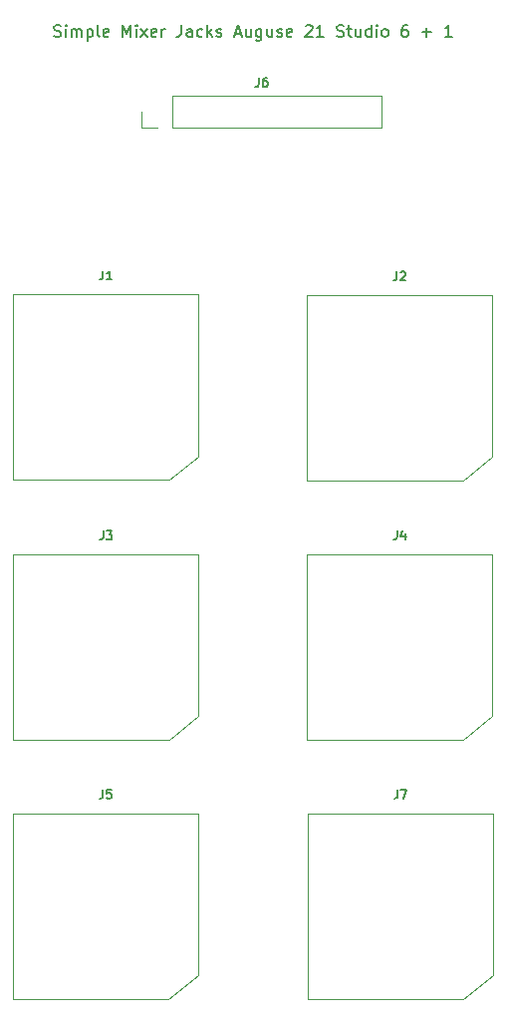
<source format=gbr>
%TF.GenerationSoftware,KiCad,Pcbnew,(5.1.9)-1*%
%TF.CreationDate,2021-08-22T21:38:48+01:00*%
%TF.ProjectId,Simple mixer jack panel,53696d70-6c65-4206-9d69-786572206a61,rev?*%
%TF.SameCoordinates,Original*%
%TF.FileFunction,Legend,Top*%
%TF.FilePolarity,Positive*%
%FSLAX46Y46*%
G04 Gerber Fmt 4.6, Leading zero omitted, Abs format (unit mm)*
G04 Created by KiCad (PCBNEW (5.1.9)-1) date 2021-08-22 21:38:48*
%MOMM*%
%LPD*%
G01*
G04 APERTURE LIST*
%ADD10C,0.150000*%
%ADD11C,0.120000*%
G04 APERTURE END LIST*
D10*
X24605238Y-46326600D02*
X24748095Y-46374219D01*
X24986190Y-46374219D01*
X25081428Y-46326600D01*
X25129047Y-46278981D01*
X25176666Y-46183743D01*
X25176666Y-46088505D01*
X25129047Y-45993267D01*
X25081428Y-45945648D01*
X24986190Y-45898029D01*
X24795714Y-45850410D01*
X24700476Y-45802791D01*
X24652857Y-45755172D01*
X24605238Y-45659934D01*
X24605238Y-45564696D01*
X24652857Y-45469458D01*
X24700476Y-45421839D01*
X24795714Y-45374219D01*
X25033809Y-45374219D01*
X25176666Y-45421839D01*
X25605238Y-46374219D02*
X25605238Y-45707553D01*
X25605238Y-45374219D02*
X25557619Y-45421839D01*
X25605238Y-45469458D01*
X25652857Y-45421839D01*
X25605238Y-45374219D01*
X25605238Y-45469458D01*
X26081428Y-46374219D02*
X26081428Y-45707553D01*
X26081428Y-45802791D02*
X26129047Y-45755172D01*
X26224285Y-45707553D01*
X26367142Y-45707553D01*
X26462380Y-45755172D01*
X26510000Y-45850410D01*
X26510000Y-46374219D01*
X26510000Y-45850410D02*
X26557619Y-45755172D01*
X26652857Y-45707553D01*
X26795714Y-45707553D01*
X26890952Y-45755172D01*
X26938571Y-45850410D01*
X26938571Y-46374219D01*
X27414761Y-45707553D02*
X27414761Y-46707553D01*
X27414761Y-45755172D02*
X27510000Y-45707553D01*
X27700476Y-45707553D01*
X27795714Y-45755172D01*
X27843333Y-45802791D01*
X27890952Y-45898029D01*
X27890952Y-46183743D01*
X27843333Y-46278981D01*
X27795714Y-46326600D01*
X27700476Y-46374219D01*
X27510000Y-46374219D01*
X27414761Y-46326600D01*
X28462380Y-46374219D02*
X28367142Y-46326600D01*
X28319523Y-46231362D01*
X28319523Y-45374219D01*
X29224285Y-46326600D02*
X29129047Y-46374219D01*
X28938571Y-46374219D01*
X28843333Y-46326600D01*
X28795714Y-46231362D01*
X28795714Y-45850410D01*
X28843333Y-45755172D01*
X28938571Y-45707553D01*
X29129047Y-45707553D01*
X29224285Y-45755172D01*
X29271904Y-45850410D01*
X29271904Y-45945648D01*
X28795714Y-46040886D01*
X30462380Y-46374219D02*
X30462380Y-45374219D01*
X30795714Y-46088505D01*
X31129047Y-45374219D01*
X31129047Y-46374219D01*
X31605238Y-46374219D02*
X31605238Y-45707553D01*
X31605238Y-45374219D02*
X31557619Y-45421839D01*
X31605238Y-45469458D01*
X31652857Y-45421839D01*
X31605238Y-45374219D01*
X31605238Y-45469458D01*
X31986190Y-46374219D02*
X32509999Y-45707553D01*
X31986190Y-45707553D02*
X32509999Y-46374219D01*
X33271904Y-46326600D02*
X33176666Y-46374219D01*
X32986190Y-46374219D01*
X32890952Y-46326600D01*
X32843333Y-46231362D01*
X32843333Y-45850410D01*
X32890952Y-45755172D01*
X32986190Y-45707553D01*
X33176666Y-45707553D01*
X33271904Y-45755172D01*
X33319523Y-45850410D01*
X33319523Y-45945648D01*
X32843333Y-46040886D01*
X33748095Y-46374219D02*
X33748095Y-45707553D01*
X33748095Y-45898029D02*
X33795714Y-45802791D01*
X33843333Y-45755172D01*
X33938571Y-45707553D01*
X34033809Y-45707553D01*
X35414761Y-45374219D02*
X35414761Y-46088505D01*
X35367142Y-46231362D01*
X35271904Y-46326600D01*
X35129047Y-46374219D01*
X35033809Y-46374219D01*
X36319523Y-46374219D02*
X36319523Y-45850410D01*
X36271904Y-45755172D01*
X36176666Y-45707553D01*
X35986190Y-45707553D01*
X35890952Y-45755172D01*
X36319523Y-46326600D02*
X36224285Y-46374219D01*
X35986190Y-46374219D01*
X35890952Y-46326600D01*
X35843333Y-46231362D01*
X35843333Y-46136124D01*
X35890952Y-46040886D01*
X35986190Y-45993267D01*
X36224285Y-45993267D01*
X36319523Y-45945648D01*
X37224285Y-46326600D02*
X37129047Y-46374219D01*
X36938571Y-46374219D01*
X36843333Y-46326600D01*
X36795714Y-46278981D01*
X36748095Y-46183743D01*
X36748095Y-45898029D01*
X36795714Y-45802791D01*
X36843333Y-45755172D01*
X36938571Y-45707553D01*
X37129047Y-45707553D01*
X37224285Y-45755172D01*
X37652857Y-46374219D02*
X37652857Y-45374219D01*
X37748095Y-45993267D02*
X38033809Y-46374219D01*
X38033809Y-45707553D02*
X37652857Y-46088505D01*
X38414761Y-46326600D02*
X38509999Y-46374219D01*
X38700476Y-46374219D01*
X38795714Y-46326600D01*
X38843333Y-46231362D01*
X38843333Y-46183743D01*
X38795714Y-46088505D01*
X38700476Y-46040886D01*
X38557619Y-46040886D01*
X38462380Y-45993267D01*
X38414761Y-45898029D01*
X38414761Y-45850410D01*
X38462380Y-45755172D01*
X38557619Y-45707553D01*
X38700476Y-45707553D01*
X38795714Y-45755172D01*
X39986190Y-46088505D02*
X40462380Y-46088505D01*
X39890952Y-46374219D02*
X40224285Y-45374219D01*
X40557619Y-46374219D01*
X41319523Y-45707553D02*
X41319523Y-46374219D01*
X40890952Y-45707553D02*
X40890952Y-46231362D01*
X40938571Y-46326600D01*
X41033809Y-46374219D01*
X41176666Y-46374219D01*
X41271904Y-46326600D01*
X41319523Y-46278981D01*
X42224285Y-45707553D02*
X42224285Y-46517077D01*
X42176666Y-46612315D01*
X42129047Y-46659934D01*
X42033809Y-46707553D01*
X41890952Y-46707553D01*
X41795714Y-46659934D01*
X42224285Y-46326600D02*
X42129047Y-46374219D01*
X41938571Y-46374219D01*
X41843333Y-46326600D01*
X41795714Y-46278981D01*
X41748095Y-46183743D01*
X41748095Y-45898029D01*
X41795714Y-45802791D01*
X41843333Y-45755172D01*
X41938571Y-45707553D01*
X42129047Y-45707553D01*
X42224285Y-45755172D01*
X43129047Y-45707553D02*
X43129047Y-46374219D01*
X42700476Y-45707553D02*
X42700476Y-46231362D01*
X42748095Y-46326600D01*
X42843333Y-46374219D01*
X42986190Y-46374219D01*
X43081428Y-46326600D01*
X43129047Y-46278981D01*
X43557619Y-46326600D02*
X43652857Y-46374219D01*
X43843333Y-46374219D01*
X43938571Y-46326600D01*
X43986190Y-46231362D01*
X43986190Y-46183743D01*
X43938571Y-46088505D01*
X43843333Y-46040886D01*
X43700476Y-46040886D01*
X43605238Y-45993267D01*
X43557619Y-45898029D01*
X43557619Y-45850410D01*
X43605238Y-45755172D01*
X43700476Y-45707553D01*
X43843333Y-45707553D01*
X43938571Y-45755172D01*
X44795714Y-46326600D02*
X44700476Y-46374219D01*
X44509999Y-46374219D01*
X44414761Y-46326600D01*
X44367142Y-46231362D01*
X44367142Y-45850410D01*
X44414761Y-45755172D01*
X44509999Y-45707553D01*
X44700476Y-45707553D01*
X44795714Y-45755172D01*
X44843333Y-45850410D01*
X44843333Y-45945648D01*
X44367142Y-46040886D01*
X45986190Y-45469458D02*
X46033809Y-45421839D01*
X46129047Y-45374219D01*
X46367142Y-45374219D01*
X46462380Y-45421839D01*
X46509999Y-45469458D01*
X46557619Y-45564696D01*
X46557619Y-45659934D01*
X46509999Y-45802791D01*
X45938571Y-46374219D01*
X46557619Y-46374219D01*
X47509999Y-46374219D02*
X46938571Y-46374219D01*
X47224285Y-46374219D02*
X47224285Y-45374219D01*
X47129047Y-45517077D01*
X47033809Y-45612315D01*
X46938571Y-45659934D01*
X48652857Y-46326600D02*
X48795714Y-46374219D01*
X49033809Y-46374219D01*
X49129047Y-46326600D01*
X49176666Y-46278981D01*
X49224285Y-46183743D01*
X49224285Y-46088505D01*
X49176666Y-45993267D01*
X49129047Y-45945648D01*
X49033809Y-45898029D01*
X48843333Y-45850410D01*
X48748095Y-45802791D01*
X48700476Y-45755172D01*
X48652857Y-45659934D01*
X48652857Y-45564696D01*
X48700476Y-45469458D01*
X48748095Y-45421839D01*
X48843333Y-45374219D01*
X49081428Y-45374219D01*
X49224285Y-45421839D01*
X49509999Y-45707553D02*
X49890952Y-45707553D01*
X49652857Y-45374219D02*
X49652857Y-46231362D01*
X49700476Y-46326600D01*
X49795714Y-46374219D01*
X49890952Y-46374219D01*
X50652857Y-45707553D02*
X50652857Y-46374219D01*
X50224285Y-45707553D02*
X50224285Y-46231362D01*
X50271904Y-46326600D01*
X50367142Y-46374219D01*
X50509999Y-46374219D01*
X50605238Y-46326600D01*
X50652857Y-46278981D01*
X51557619Y-46374219D02*
X51557619Y-45374219D01*
X51557619Y-46326600D02*
X51462380Y-46374219D01*
X51271904Y-46374219D01*
X51176666Y-46326600D01*
X51129047Y-46278981D01*
X51081428Y-46183743D01*
X51081428Y-45898029D01*
X51129047Y-45802791D01*
X51176666Y-45755172D01*
X51271904Y-45707553D01*
X51462380Y-45707553D01*
X51557619Y-45755172D01*
X52033809Y-46374219D02*
X52033809Y-45707553D01*
X52033809Y-45374219D02*
X51986190Y-45421839D01*
X52033809Y-45469458D01*
X52081428Y-45421839D01*
X52033809Y-45374219D01*
X52033809Y-45469458D01*
X52652857Y-46374219D02*
X52557619Y-46326600D01*
X52509999Y-46278981D01*
X52462380Y-46183743D01*
X52462380Y-45898029D01*
X52509999Y-45802791D01*
X52557619Y-45755172D01*
X52652857Y-45707553D01*
X52795714Y-45707553D01*
X52890952Y-45755172D01*
X52938571Y-45802791D01*
X52986190Y-45898029D01*
X52986190Y-46183743D01*
X52938571Y-46278981D01*
X52890952Y-46326600D01*
X52795714Y-46374219D01*
X52652857Y-46374219D01*
X54605238Y-45374219D02*
X54414761Y-45374219D01*
X54319523Y-45421839D01*
X54271904Y-45469458D01*
X54176666Y-45612315D01*
X54129047Y-45802791D01*
X54129047Y-46183743D01*
X54176666Y-46278981D01*
X54224285Y-46326600D01*
X54319523Y-46374219D01*
X54509999Y-46374219D01*
X54605238Y-46326600D01*
X54652857Y-46278981D01*
X54700476Y-46183743D01*
X54700476Y-45945648D01*
X54652857Y-45850410D01*
X54605238Y-45802791D01*
X54509999Y-45755172D01*
X54319523Y-45755172D01*
X54224285Y-45802791D01*
X54176666Y-45850410D01*
X54129047Y-45945648D01*
X55890952Y-45993267D02*
X56652857Y-45993267D01*
X56271904Y-46374219D02*
X56271904Y-45612315D01*
X58414761Y-46374219D02*
X57843333Y-46374219D01*
X58129047Y-46374219D02*
X58129047Y-45374219D01*
X58033809Y-45517077D01*
X57938571Y-45612315D01*
X57843333Y-45659934D01*
D11*
%TO.C,J1*%
X34360000Y-84000000D02*
X21110000Y-84000000D01*
X36860000Y-68250000D02*
X36860000Y-81950000D01*
X36860000Y-81950000D02*
X36860000Y-82000000D01*
X21110000Y-68250000D02*
X36860000Y-68250000D01*
X21110000Y-84000000D02*
X21110000Y-68250000D01*
X36860000Y-82000000D02*
X34360000Y-84000000D01*
%TO.C,J2*%
X61840000Y-82050000D02*
X59340000Y-84050000D01*
X46090000Y-84050000D02*
X46090000Y-68300000D01*
X46090000Y-68300000D02*
X61840000Y-68300000D01*
X61840000Y-82000000D02*
X61840000Y-82050000D01*
X61840000Y-68300000D02*
X61840000Y-82000000D01*
X59340000Y-84050000D02*
X46090000Y-84050000D01*
%TO.C,J3*%
X34380000Y-106070000D02*
X21130000Y-106070000D01*
X36880000Y-90320000D02*
X36880000Y-104020000D01*
X36880000Y-104020000D02*
X36880000Y-104070000D01*
X21130000Y-90320000D02*
X36880000Y-90320000D01*
X21130000Y-106070000D02*
X21130000Y-90320000D01*
X36880000Y-104070000D02*
X34380000Y-106070000D01*
%TO.C,J4*%
X61850000Y-104060000D02*
X59350000Y-106060000D01*
X46100000Y-106060000D02*
X46100000Y-90310000D01*
X46100000Y-90310000D02*
X61850000Y-90310000D01*
X61850000Y-104010000D02*
X61850000Y-104060000D01*
X61850000Y-90310000D02*
X61850000Y-104010000D01*
X59350000Y-106060000D02*
X46100000Y-106060000D01*
%TO.C,J5*%
X34340000Y-128060000D02*
X21090000Y-128060000D01*
X36840000Y-112310000D02*
X36840000Y-126010000D01*
X36840000Y-126010000D02*
X36840000Y-126060000D01*
X21090000Y-112310000D02*
X36840000Y-112310000D01*
X21090000Y-128060000D02*
X21090000Y-112310000D01*
X36840000Y-126060000D02*
X34340000Y-128060000D01*
%TO.C,J6*%
X32030000Y-54060000D02*
X32030000Y-52730000D01*
X33360000Y-54060000D02*
X32030000Y-54060000D01*
X34630000Y-54060000D02*
X34630000Y-51400000D01*
X34630000Y-51400000D02*
X52470000Y-51400000D01*
X34630000Y-54060000D02*
X52470000Y-54060000D01*
X52470000Y-54060000D02*
X52470000Y-51400000D01*
%TO.C,J7*%
X61890000Y-126070000D02*
X59390000Y-128070000D01*
X46140000Y-128070000D02*
X46140000Y-112320000D01*
X46140000Y-112320000D02*
X61890000Y-112320000D01*
X61890000Y-126020000D02*
X61890000Y-126070000D01*
X61890000Y-112320000D02*
X61890000Y-126020000D01*
X59390000Y-128070000D02*
X46140000Y-128070000D01*
%TO.C,J1*%
D10*
X28760000Y-66239285D02*
X28760000Y-66775000D01*
X28724285Y-66882142D01*
X28652857Y-66953571D01*
X28545714Y-66989285D01*
X28474285Y-66989285D01*
X29510000Y-66989285D02*
X29081428Y-66989285D01*
X29295714Y-66989285D02*
X29295714Y-66239285D01*
X29224285Y-66346428D01*
X29152857Y-66417857D01*
X29081428Y-66453571D01*
%TO.C,J2*%
X53740000Y-66289285D02*
X53740000Y-66825000D01*
X53704285Y-66932142D01*
X53632857Y-67003571D01*
X53525714Y-67039285D01*
X53454285Y-67039285D01*
X54061428Y-66360714D02*
X54097142Y-66325000D01*
X54168571Y-66289285D01*
X54347142Y-66289285D01*
X54418571Y-66325000D01*
X54454285Y-66360714D01*
X54490000Y-66432142D01*
X54490000Y-66503571D01*
X54454285Y-66610714D01*
X54025714Y-67039285D01*
X54490000Y-67039285D01*
%TO.C,J3*%
X28780000Y-88309285D02*
X28780000Y-88845000D01*
X28744285Y-88952142D01*
X28672857Y-89023571D01*
X28565714Y-89059285D01*
X28494285Y-89059285D01*
X29065714Y-88309285D02*
X29530000Y-88309285D01*
X29280000Y-88595000D01*
X29387142Y-88595000D01*
X29458571Y-88630714D01*
X29494285Y-88666428D01*
X29530000Y-88737857D01*
X29530000Y-88916428D01*
X29494285Y-88987857D01*
X29458571Y-89023571D01*
X29387142Y-89059285D01*
X29172857Y-89059285D01*
X29101428Y-89023571D01*
X29065714Y-88987857D01*
%TO.C,J4*%
X53750000Y-88299285D02*
X53750000Y-88835000D01*
X53714285Y-88942142D01*
X53642857Y-89013571D01*
X53535714Y-89049285D01*
X53464285Y-89049285D01*
X54428571Y-88549285D02*
X54428571Y-89049285D01*
X54250000Y-88263571D02*
X54071428Y-88799285D01*
X54535714Y-88799285D01*
%TO.C,J5*%
X28740000Y-110299285D02*
X28740000Y-110835000D01*
X28704285Y-110942142D01*
X28632857Y-111013571D01*
X28525714Y-111049285D01*
X28454285Y-111049285D01*
X29454285Y-110299285D02*
X29097142Y-110299285D01*
X29061428Y-110656428D01*
X29097142Y-110620714D01*
X29168571Y-110585000D01*
X29347142Y-110585000D01*
X29418571Y-110620714D01*
X29454285Y-110656428D01*
X29490000Y-110727857D01*
X29490000Y-110906428D01*
X29454285Y-110977857D01*
X29418571Y-111013571D01*
X29347142Y-111049285D01*
X29168571Y-111049285D01*
X29097142Y-111013571D01*
X29061428Y-110977857D01*
%TO.C,J6*%
X42000000Y-49862285D02*
X42000000Y-50398000D01*
X41964285Y-50505142D01*
X41892857Y-50576571D01*
X41785714Y-50612285D01*
X41714285Y-50612285D01*
X42678571Y-49862285D02*
X42535714Y-49862285D01*
X42464285Y-49898000D01*
X42428571Y-49933714D01*
X42357142Y-50040857D01*
X42321428Y-50183714D01*
X42321428Y-50469428D01*
X42357142Y-50540857D01*
X42392857Y-50576571D01*
X42464285Y-50612285D01*
X42607142Y-50612285D01*
X42678571Y-50576571D01*
X42714285Y-50540857D01*
X42750000Y-50469428D01*
X42750000Y-50290857D01*
X42714285Y-50219428D01*
X42678571Y-50183714D01*
X42607142Y-50148000D01*
X42464285Y-50148000D01*
X42392857Y-50183714D01*
X42357142Y-50219428D01*
X42321428Y-50290857D01*
%TO.C,J7*%
X53790000Y-110309285D02*
X53790000Y-110845000D01*
X53754285Y-110952142D01*
X53682857Y-111023571D01*
X53575714Y-111059285D01*
X53504285Y-111059285D01*
X54075714Y-110309285D02*
X54575714Y-110309285D01*
X54254285Y-111059285D01*
%TD*%
M02*

</source>
